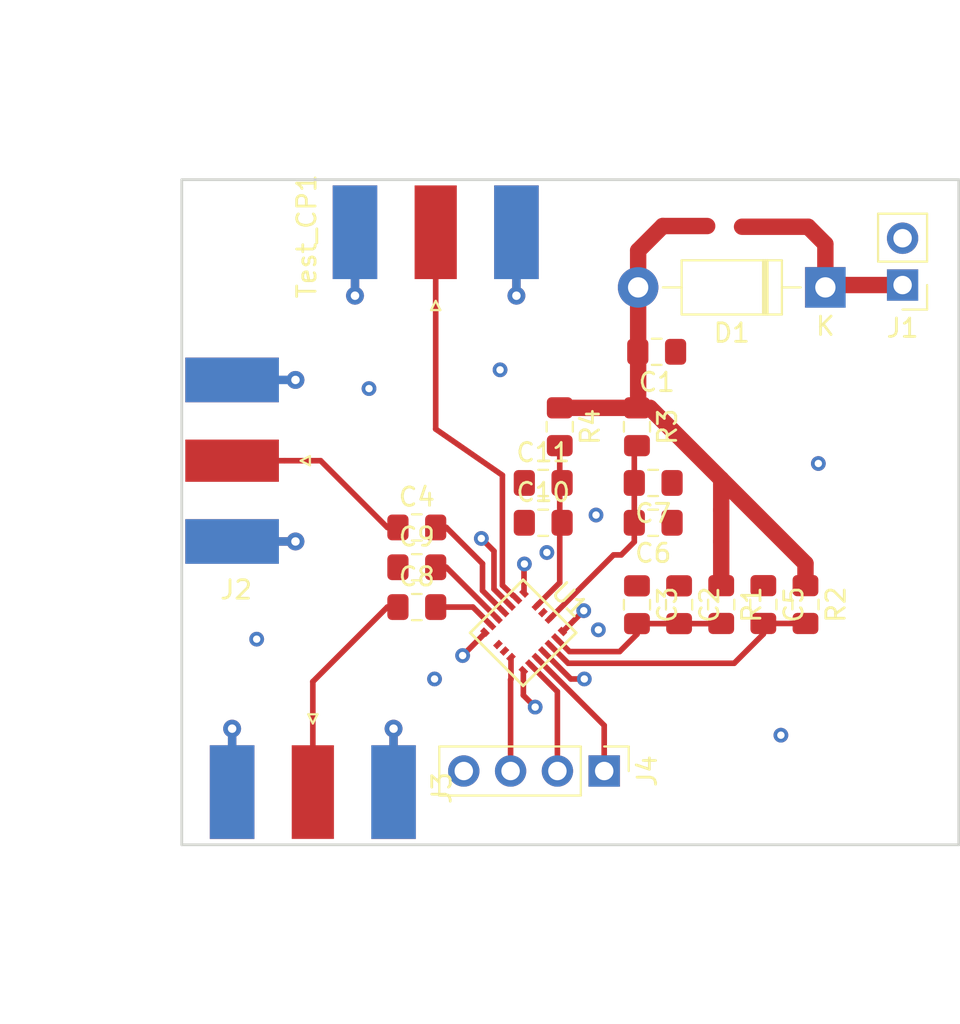
<source format=kicad_pcb>
(kicad_pcb (version 20171130) (host pcbnew "(5.1.5)-3")

  (general
    (thickness 1.6)
    (drawings 4)
    (tracks 98)
    (zones 0)
    (modules 22)
    (nets 24)
  )

  (page A4)
  (layers
    (0 F.Cu signal)
    (31 B.Cu signal)
    (32 B.Adhes user)
    (33 F.Adhes user)
    (34 B.Paste user)
    (35 F.Paste user)
    (36 B.SilkS user hide)
    (37 F.SilkS user)
    (38 B.Mask user)
    (39 F.Mask user hide)
    (40 Dwgs.User user)
    (41 Cmts.User user)
    (42 Eco1.User user)
    (43 Eco2.User user)
    (44 Edge.Cuts user)
    (45 Margin user)
    (46 B.CrtYd user)
    (47 F.CrtYd user)
    (48 B.Fab user)
    (49 F.Fab user)
  )

  (setup
    (last_trace_width 0.3048)
    (trace_clearance 0.1524)
    (zone_clearance 0.508)
    (zone_45_only no)
    (trace_min 0.2)
    (via_size 0.8)
    (via_drill 0.4)
    (via_min_size 0.4)
    (via_min_drill 0.3)
    (uvia_size 0.3)
    (uvia_drill 0.1)
    (uvias_allowed no)
    (uvia_min_size 0.2)
    (uvia_min_drill 0.1)
    (edge_width 0.15)
    (segment_width 0.2)
    (pcb_text_width 0.3)
    (pcb_text_size 1.5 1.5)
    (mod_edge_width 0.15)
    (mod_text_size 1 1)
    (mod_text_width 0.15)
    (pad_size 5.08 2.29)
    (pad_drill 0)
    (pad_to_mask_clearance 0.051)
    (solder_mask_min_width 0.25)
    (aux_axis_origin 0 0)
    (visible_elements 7FFDF7FF)
    (pcbplotparams
      (layerselection 0x01000_ffffffff)
      (usegerberextensions false)
      (usegerberattributes false)
      (usegerberadvancedattributes false)
      (creategerberjobfile false)
      (excludeedgelayer true)
      (linewidth 0.100000)
      (plotframeref false)
      (viasonmask false)
      (mode 1)
      (useauxorigin false)
      (hpglpennumber 1)
      (hpglpenspeed 20)
      (hpglpendiameter 15.000000)
      (psnegative false)
      (psa4output false)
      (plotreference true)
      (plotvalue true)
      (plotinvisibletext false)
      (padsonsilk false)
      (subtractmaskfromsilk false)
      (outputformat 1)
      (mirror false)
      (drillshape 0)
      (scaleselection 1)
      (outputdirectory "M60 Files/rev2/"))
  )

  (net 0 "")
  (net 1 GND)
  (net 2 "Net-(C8-Pad1)")
  (net 3 "Net-(C9-Pad2)")
  (net 4 "Net-(D1-Pad1)")
  (net 5 CPo)
  (net 6 /PD/PLL+Power)
  (net 7 /PD/V_uC)
  (net 8 /PD/F_IN)
  (net 9 /PD/CE)
  (net 10 /PD/Vcc)
  (net 11 /PD/OSC_IN)
  (net 12 /PD/Vp)
  (net 13 /PD/FL)
  (net 14 /PD/FoLD)
  (net 15 /PD/LE)
  (net 16 /PD/Data)
  (net 17 /PD/Clock)
  (net 18 /PD/OSC_OUT)
  (net 19 "Net-(U1-Pad1)")
  (net 20 "Net-(U1-Pad7)")
  (net 21 "Net-(U1-Pad17)")
  (net 22 "Net-(U1-Pad11)")
  (net 23 VCO_OUT)

  (net_class Default "This is the default net class."
    (clearance 0.1524)
    (trace_width 0.3048)
    (via_dia 0.8)
    (via_drill 0.4)
    (uvia_dia 0.3)
    (uvia_drill 0.1)
    (add_net /PD/CE)
    (add_net /PD/Clock)
    (add_net /PD/Data)
    (add_net /PD/FL)
    (add_net /PD/F_IN)
    (add_net /PD/FoLD)
    (add_net /PD/LE)
    (add_net /PD/OSC_IN)
    (add_net /PD/OSC_OUT)
    (add_net /PD/PLL+Power)
    (add_net /PD/V_uC)
    (add_net /PD/Vcc)
    (add_net /PD/Vp)
    (add_net CPo)
    (add_net GND)
    (add_net "Net-(C8-Pad1)")
    (add_net "Net-(C9-Pad2)")
    (add_net "Net-(D1-Pad1)")
    (add_net "Net-(U1-Pad1)")
    (add_net "Net-(U1-Pad11)")
    (add_net "Net-(U1-Pad17)")
    (add_net "Net-(U1-Pad7)")
    (add_net VCO_OUT)
  )

  (module Connector_Coaxial:SMA_Molex_73251-1153_EdgeMount_Horizontal (layer F.Cu) (tedit 5A1B666F) (tstamp 5E611054)
    (at 73.5965 54.0766 270)
    (descr "Molex SMA RF Connectors, Edge Mount, (http://www.molex.com/pdm_docs/sd/732511150_sd.pdf)")
    (tags "sma edge")
    (path /5E605CA1/5E6DF3D6)
    (attr smd)
    (fp_text reference Test_CP1 (at -1.5 7 90) (layer F.SilkS)
      (effects (font (size 1 1) (thickness 0.15)))
    )
    (fp_text value Conn_Coaxial (at -1.72 -7.11 90) (layer F.Fab)
      (effects (font (size 1 1) (thickness 0.15)))
    )
    (fp_line (start -5.91 4.76) (end 0.49 4.76) (layer F.Fab) (width 0.1))
    (fp_line (start -5.91 -4.76) (end -5.91 4.76) (layer F.Fab) (width 0.1))
    (fp_line (start 0.49 -4.76) (end -5.91 -4.76) (layer F.Fab) (width 0.1))
    (fp_line (start -4.76 -3.75) (end -4.76 3.75) (layer F.Fab) (width 0.1))
    (fp_line (start -13.79 2.65) (end -5.91 2.65) (layer F.Fab) (width 0.1))
    (fp_line (start -13.79 -2.65) (end -13.79 2.65) (layer F.Fab) (width 0.1))
    (fp_line (start -13.79 -2.65) (end -5.91 -2.65) (layer F.Fab) (width 0.1))
    (fp_line (start -4.76 3.75) (end 0.49 3.75) (layer F.Fab) (width 0.1))
    (fp_line (start -4.76 -3.75) (end 0.49 -3.75) (layer F.Fab) (width 0.1))
    (fp_line (start 2.71 -6.09) (end -14.29 -6.09) (layer F.CrtYd) (width 0.05))
    (fp_line (start 2.71 -6.09) (end 2.71 6.09) (layer F.CrtYd) (width 0.05))
    (fp_line (start -14.29 6.09) (end 2.71 6.09) (layer B.CrtYd) (width 0.05))
    (fp_line (start -14.29 -6.09) (end -14.29 6.09) (layer B.CrtYd) (width 0.05))
    (fp_line (start -14.29 -6.09) (end 2.71 -6.09) (layer B.CrtYd) (width 0.05))
    (fp_line (start 2.71 -6.09) (end 2.71 6.09) (layer B.CrtYd) (width 0.05))
    (fp_line (start -14.29 6.09) (end 2.71 6.09) (layer F.CrtYd) (width 0.05))
    (fp_line (start -14.29 -6.09) (end -14.29 6.09) (layer F.CrtYd) (width 0.05))
    (fp_line (start 0.49 -4.76) (end 0.49 -3.75) (layer F.Fab) (width 0.1))
    (fp_line (start 0.49 3.75) (end 0.49 4.76) (layer F.Fab) (width 0.1))
    (fp_line (start 0.49 -0.38) (end 0.49 0.38) (layer F.Fab) (width 0.1))
    (fp_line (start -4.76 0.38) (end 0.49 0.38) (layer F.Fab) (width 0.1))
    (fp_line (start -4.76 -0.38) (end 0.49 -0.38) (layer F.Fab) (width 0.1))
    (fp_line (start 2 0) (end 2.5 -0.25) (layer F.SilkS) (width 0.12))
    (fp_line (start 2.5 -0.25) (end 2.5 0.25) (layer F.SilkS) (width 0.12))
    (fp_line (start 2.5 0.25) (end 2 0) (layer F.SilkS) (width 0.12))
    (fp_line (start 2.5 -0.25) (end 2 0) (layer F.Fab) (width 0.1))
    (fp_line (start 2 0) (end 2.5 0.25) (layer F.Fab) (width 0.1))
    (fp_line (start 2.5 0.25) (end 2.5 -0.25) (layer F.Fab) (width 0.1))
    (fp_text user %R (at -1.5 7 90) (layer F.Fab)
      (effects (font (size 1 1) (thickness 0.15)))
    )
    (pad 2 smd rect (at 1.27 4.38 270) (size 0.95 0.46) (layers B.Cu)
      (net 1 GND))
    (pad 2 smd rect (at 1.27 -4.38 270) (size 0.95 0.46) (layers B.Cu)
      (net 1 GND))
    (pad 2 smd rect (at 1.27 4.38 270) (size 0.95 0.46) (layers F.Cu)
      (net 1 GND))
    (pad 2 smd rect (at 1.27 -4.38 270) (size 0.95 0.46) (layers F.Cu)
      (net 1 GND))
    (pad 2 thru_hole circle (at 1.72 4.38 270) (size 0.97 0.97) (drill 0.46) (layers *.Cu)
      (net 1 GND))
    (pad 2 thru_hole circle (at 1.72 -4.38 270) (size 0.97 0.97) (drill 0.46) (layers *.Cu)
      (net 1 GND))
    (pad 2 smd rect (at -1.72 4.38 270) (size 5.08 2.42) (layers B.Cu B.Paste B.Mask)
      (net 1 GND))
    (pad 2 smd rect (at -1.72 -4.38 270) (size 5.08 2.42) (layers B.Cu B.Paste B.Mask)
      (net 1 GND))
    (pad 2 smd rect (at -1.72 4.38 270) (size 5.08 2.42) (layers F.Cu F.Paste F.Mask)
      (net 1 GND))
    (pad 2 smd rect (at -1.72 -4.38 270) (size 5.08 2.42) (layers F.Cu F.Paste F.Mask)
      (net 1 GND))
    (pad 1 smd rect (at -1.72 0 270) (size 5.08 2.29) (layers F.Cu F.Paste F.Mask)
      (net 5 CPo))
    (model ${KISYS3DMOD}/Connector_Coaxial.3dshapes/SMA_Molex_73251-1153_EdgeMount_Horizontal.wrl
      (at (xyz 0 0 0))
      (scale (xyz 1 1 1))
      (rotate (xyz 0 0 0))
    )
  )

  (module Resistor_SMD:R_0805_2012Metric_Pad1.15x1.40mm_HandSolder (layer F.Cu) (tedit 5B36C52B) (tstamp 5E610F3A)
    (at 84.5185 62.9031 270)
    (descr "Resistor SMD 0805 (2012 Metric), square (rectangular) end terminal, IPC_7351 nominal with elongated pad for handsoldering. (Body size source: https://docs.google.com/spreadsheets/d/1BsfQQcO9C6DZCsRaXUlFlo91Tg2WpOkGARC1WS5S8t0/edit?usp=sharing), generated with kicad-footprint-generator")
    (tags "resistor handsolder")
    (path /5E605CA1/5E6DF406)
    (attr smd)
    (fp_text reference R3 (at 0 -1.65 90) (layer F.SilkS)
      (effects (font (size 1 1) (thickness 0.15)))
    )
    (fp_text value 18 (at 0 1.65 90) (layer F.Fab)
      (effects (font (size 1 1) (thickness 0.15)))
    )
    (fp_text user %R (at 0 0 90) (layer F.Fab)
      (effects (font (size 0.5 0.5) (thickness 0.08)))
    )
    (fp_line (start 1.85 0.95) (end -1.85 0.95) (layer F.CrtYd) (width 0.05))
    (fp_line (start 1.85 -0.95) (end 1.85 0.95) (layer F.CrtYd) (width 0.05))
    (fp_line (start -1.85 -0.95) (end 1.85 -0.95) (layer F.CrtYd) (width 0.05))
    (fp_line (start -1.85 0.95) (end -1.85 -0.95) (layer F.CrtYd) (width 0.05))
    (fp_line (start -0.261252 0.71) (end 0.261252 0.71) (layer F.SilkS) (width 0.12))
    (fp_line (start -0.261252 -0.71) (end 0.261252 -0.71) (layer F.SilkS) (width 0.12))
    (fp_line (start 1 0.6) (end -1 0.6) (layer F.Fab) (width 0.1))
    (fp_line (start 1 -0.6) (end 1 0.6) (layer F.Fab) (width 0.1))
    (fp_line (start -1 -0.6) (end 1 -0.6) (layer F.Fab) (width 0.1))
    (fp_line (start -1 0.6) (end -1 -0.6) (layer F.Fab) (width 0.1))
    (pad 2 smd roundrect (at 1.025 0 270) (size 1.15 1.4) (layers F.Cu F.Paste F.Mask) (roundrect_rratio 0.217391)
      (net 10 /PD/Vcc))
    (pad 1 smd roundrect (at -1.025 0 270) (size 1.15 1.4) (layers F.Cu F.Paste F.Mask) (roundrect_rratio 0.217391)
      (net 6 /PD/PLL+Power))
    (model ${KISYS3DMOD}/Resistor_SMD.3dshapes/R_0805_2012Metric.wrl
      (at (xyz 0 0 0))
      (scale (xyz 1 1 1))
      (rotate (xyz 0 0 0))
    )
  )

  (module Capacitor_SMD:C_0805_2012Metric_Pad1.15x1.40mm_HandSolder (layer F.Cu) (tedit 5B36C52B) (tstamp 5E684700)
    (at 85.589 58.8391 180)
    (descr "Capacitor SMD 0805 (2012 Metric), square (rectangular) end terminal, IPC_7351 nominal with elongated pad for handsoldering. (Body size source: https://docs.google.com/spreadsheets/d/1BsfQQcO9C6DZCsRaXUlFlo91Tg2WpOkGARC1WS5S8t0/edit?usp=sharing), generated with kicad-footprint-generator")
    (tags "capacitor handsolder")
    (path /5E605CA1/5E6DF2D3)
    (attr smd)
    (fp_text reference C1 (at 0 -1.65) (layer F.SilkS)
      (effects (font (size 1 1) (thickness 0.15)))
    )
    (fp_text value C (at 0 1.65) (layer F.Fab)
      (effects (font (size 1 1) (thickness 0.15)))
    )
    (fp_text user %R (at 0 0) (layer F.Fab)
      (effects (font (size 0.5 0.5) (thickness 0.08)))
    )
    (fp_line (start 1.85 0.95) (end -1.85 0.95) (layer F.CrtYd) (width 0.05))
    (fp_line (start 1.85 -0.95) (end 1.85 0.95) (layer F.CrtYd) (width 0.05))
    (fp_line (start -1.85 -0.95) (end 1.85 -0.95) (layer F.CrtYd) (width 0.05))
    (fp_line (start -1.85 0.95) (end -1.85 -0.95) (layer F.CrtYd) (width 0.05))
    (fp_line (start -0.261252 0.71) (end 0.261252 0.71) (layer F.SilkS) (width 0.12))
    (fp_line (start -0.261252 -0.71) (end 0.261252 -0.71) (layer F.SilkS) (width 0.12))
    (fp_line (start 1 0.6) (end -1 0.6) (layer F.Fab) (width 0.1))
    (fp_line (start 1 -0.6) (end 1 0.6) (layer F.Fab) (width 0.1))
    (fp_line (start -1 -0.6) (end 1 -0.6) (layer F.Fab) (width 0.1))
    (fp_line (start -1 0.6) (end -1 -0.6) (layer F.Fab) (width 0.1))
    (pad 2 smd roundrect (at 1.025 0 180) (size 1.15 1.4) (layers F.Cu F.Paste F.Mask) (roundrect_rratio 0.217391)
      (net 6 /PD/PLL+Power))
    (pad 1 smd roundrect (at -1.025 0 180) (size 1.15 1.4) (layers F.Cu F.Paste F.Mask) (roundrect_rratio 0.217391)
      (net 1 GND))
    (model ${KISYS3DMOD}/Capacitor_SMD.3dshapes/C_0805_2012Metric.wrl
      (at (xyz 0 0 0))
      (scale (xyz 1 1 1))
      (rotate (xyz 0 0 0))
    )
  )

  (module Capacitor_SMD:C_0805_2012Metric_Pad1.15x1.40mm_HandSolder (layer F.Cu) (tedit 5B36C52B) (tstamp 5E610A2D)
    (at 86.8045 72.5551 270)
    (descr "Capacitor SMD 0805 (2012 Metric), square (rectangular) end terminal, IPC_7351 nominal with elongated pad for handsoldering. (Body size source: https://docs.google.com/spreadsheets/d/1BsfQQcO9C6DZCsRaXUlFlo91Tg2WpOkGARC1WS5S8t0/edit?usp=sharing), generated with kicad-footprint-generator")
    (tags "capacitor handsolder")
    (path /5E605CA1/5E6DF329)
    (attr smd)
    (fp_text reference C2 (at 0 -1.65 90) (layer F.SilkS)
      (effects (font (size 1 1) (thickness 0.15)))
    )
    (fp_text value 100nF (at 0 1.65 90) (layer F.Fab)
      (effects (font (size 1 1) (thickness 0.15)))
    )
    (fp_line (start -1 0.6) (end -1 -0.6) (layer F.Fab) (width 0.1))
    (fp_line (start -1 -0.6) (end 1 -0.6) (layer F.Fab) (width 0.1))
    (fp_line (start 1 -0.6) (end 1 0.6) (layer F.Fab) (width 0.1))
    (fp_line (start 1 0.6) (end -1 0.6) (layer F.Fab) (width 0.1))
    (fp_line (start -0.261252 -0.71) (end 0.261252 -0.71) (layer F.SilkS) (width 0.12))
    (fp_line (start -0.261252 0.71) (end 0.261252 0.71) (layer F.SilkS) (width 0.12))
    (fp_line (start -1.85 0.95) (end -1.85 -0.95) (layer F.CrtYd) (width 0.05))
    (fp_line (start -1.85 -0.95) (end 1.85 -0.95) (layer F.CrtYd) (width 0.05))
    (fp_line (start 1.85 -0.95) (end 1.85 0.95) (layer F.CrtYd) (width 0.05))
    (fp_line (start 1.85 0.95) (end -1.85 0.95) (layer F.CrtYd) (width 0.05))
    (fp_text user %R (at 0 0 90) (layer F.Fab)
      (effects (font (size 0.5 0.5) (thickness 0.08)))
    )
    (pad 1 smd roundrect (at -1.025 0 270) (size 1.15 1.4) (layers F.Cu F.Paste F.Mask) (roundrect_rratio 0.217391)
      (net 1 GND))
    (pad 2 smd roundrect (at 1.025 0 270) (size 1.15 1.4) (layers F.Cu F.Paste F.Mask) (roundrect_rratio 0.217391)
      (net 7 /PD/V_uC))
    (model ${KISYS3DMOD}/Capacitor_SMD.3dshapes/C_0805_2012Metric.wrl
      (at (xyz 0 0 0))
      (scale (xyz 1 1 1))
      (rotate (xyz 0 0 0))
    )
  )

  (module Capacitor_SMD:C_0805_2012Metric_Pad1.15x1.40mm_HandSolder (layer F.Cu) (tedit 5B36C52B) (tstamp 5E617A49)
    (at 84.5185 72.5551 270)
    (descr "Capacitor SMD 0805 (2012 Metric), square (rectangular) end terminal, IPC_7351 nominal with elongated pad for handsoldering. (Body size source: https://docs.google.com/spreadsheets/d/1BsfQQcO9C6DZCsRaXUlFlo91Tg2WpOkGARC1WS5S8t0/edit?usp=sharing), generated with kicad-footprint-generator")
    (tags "capacitor handsolder")
    (path /5E605CA1/5E6DF323)
    (attr smd)
    (fp_text reference C3 (at 0 -1.65 90) (layer F.SilkS)
      (effects (font (size 1 1) (thickness 0.15)))
    )
    (fp_text value 100pF (at 0 1.65 90) (layer F.Fab)
      (effects (font (size 1 1) (thickness 0.15)))
    )
    (fp_text user %R (at 0 0 90) (layer F.Fab)
      (effects (font (size 0.5 0.5) (thickness 0.08)))
    )
    (fp_line (start 1.85 0.95) (end -1.85 0.95) (layer F.CrtYd) (width 0.05))
    (fp_line (start 1.85 -0.95) (end 1.85 0.95) (layer F.CrtYd) (width 0.05))
    (fp_line (start -1.85 -0.95) (end 1.85 -0.95) (layer F.CrtYd) (width 0.05))
    (fp_line (start -1.85 0.95) (end -1.85 -0.95) (layer F.CrtYd) (width 0.05))
    (fp_line (start -0.261252 0.71) (end 0.261252 0.71) (layer F.SilkS) (width 0.12))
    (fp_line (start -0.261252 -0.71) (end 0.261252 -0.71) (layer F.SilkS) (width 0.12))
    (fp_line (start 1 0.6) (end -1 0.6) (layer F.Fab) (width 0.1))
    (fp_line (start 1 -0.6) (end 1 0.6) (layer F.Fab) (width 0.1))
    (fp_line (start -1 -0.6) (end 1 -0.6) (layer F.Fab) (width 0.1))
    (fp_line (start -1 0.6) (end -1 -0.6) (layer F.Fab) (width 0.1))
    (pad 2 smd roundrect (at 1.025 0 270) (size 1.15 1.4) (layers F.Cu F.Paste F.Mask) (roundrect_rratio 0.217391)
      (net 7 /PD/V_uC))
    (pad 1 smd roundrect (at -1.025 0 270) (size 1.15 1.4) (layers F.Cu F.Paste F.Mask) (roundrect_rratio 0.217391)
      (net 1 GND))
    (model ${KISYS3DMOD}/Capacitor_SMD.3dshapes/C_0805_2012Metric.wrl
      (at (xyz 0 0 0))
      (scale (xyz 1 1 1))
      (rotate (xyz 0 0 0))
    )
  )

  (module Capacitor_SMD:C_0805_2012Metric_Pad1.15x1.40mm_HandSolder (layer F.Cu) (tedit 5B36C52B) (tstamp 5E610A4F)
    (at 72.5715 68.3641)
    (descr "Capacitor SMD 0805 (2012 Metric), square (rectangular) end terminal, IPC_7351 nominal with elongated pad for handsoldering. (Body size source: https://docs.google.com/spreadsheets/d/1BsfQQcO9C6DZCsRaXUlFlo91Tg2WpOkGARC1WS5S8t0/edit?usp=sharing), generated with kicad-footprint-generator")
    (tags "capacitor handsolder")
    (path /5E605CA1/5E6DF31A)
    (attr smd)
    (fp_text reference C4 (at 0 -1.65) (layer F.SilkS)
      (effects (font (size 1 1) (thickness 0.15)))
    )
    (fp_text value 1000pF (at 0 1.65) (layer F.Fab)
      (effects (font (size 1 1) (thickness 0.15)))
    )
    (fp_line (start -1 0.6) (end -1 -0.6) (layer F.Fab) (width 0.1))
    (fp_line (start -1 -0.6) (end 1 -0.6) (layer F.Fab) (width 0.1))
    (fp_line (start 1 -0.6) (end 1 0.6) (layer F.Fab) (width 0.1))
    (fp_line (start 1 0.6) (end -1 0.6) (layer F.Fab) (width 0.1))
    (fp_line (start -0.261252 -0.71) (end 0.261252 -0.71) (layer F.SilkS) (width 0.12))
    (fp_line (start -0.261252 0.71) (end 0.261252 0.71) (layer F.SilkS) (width 0.12))
    (fp_line (start -1.85 0.95) (end -1.85 -0.95) (layer F.CrtYd) (width 0.05))
    (fp_line (start -1.85 -0.95) (end 1.85 -0.95) (layer F.CrtYd) (width 0.05))
    (fp_line (start 1.85 -0.95) (end 1.85 0.95) (layer F.CrtYd) (width 0.05))
    (fp_line (start 1.85 0.95) (end -1.85 0.95) (layer F.CrtYd) (width 0.05))
    (fp_text user %R (at 0 0) (layer F.Fab)
      (effects (font (size 0.5 0.5) (thickness 0.08)))
    )
    (pad 1 smd roundrect (at -1.025 0) (size 1.15 1.4) (layers F.Cu F.Paste F.Mask) (roundrect_rratio 0.217391)
      (net 23 VCO_OUT))
    (pad 2 smd roundrect (at 1.025 0) (size 1.15 1.4) (layers F.Cu F.Paste F.Mask) (roundrect_rratio 0.217391)
      (net 8 /PD/F_IN))
    (model ${KISYS3DMOD}/Capacitor_SMD.3dshapes/C_0805_2012Metric.wrl
      (at (xyz 0 0 0))
      (scale (xyz 1 1 1))
      (rotate (xyz 0 0 0))
    )
  )

  (module Capacitor_SMD:C_0805_2012Metric_Pad1.15x1.40mm_HandSolder (layer F.Cu) (tedit 5B36C52B) (tstamp 5E610A60)
    (at 91.3765 72.5461 270)
    (descr "Capacitor SMD 0805 (2012 Metric), square (rectangular) end terminal, IPC_7351 nominal with elongated pad for handsoldering. (Body size source: https://docs.google.com/spreadsheets/d/1BsfQQcO9C6DZCsRaXUlFlo91Tg2WpOkGARC1WS5S8t0/edit?usp=sharing), generated with kicad-footprint-generator")
    (tags "capacitor handsolder")
    (path /5E605CA1/5E6DF343)
    (attr smd)
    (fp_text reference C5 (at 0 -1.65 90) (layer F.SilkS)
      (effects (font (size 1 1) (thickness 0.15)))
    )
    (fp_text value 100nF (at 0 1.65 90) (layer F.Fab)
      (effects (font (size 1 1) (thickness 0.15)))
    )
    (fp_text user %R (at 0 0 90) (layer F.Fab)
      (effects (font (size 0.5 0.5) (thickness 0.08)))
    )
    (fp_line (start 1.85 0.95) (end -1.85 0.95) (layer F.CrtYd) (width 0.05))
    (fp_line (start 1.85 -0.95) (end 1.85 0.95) (layer F.CrtYd) (width 0.05))
    (fp_line (start -1.85 -0.95) (end 1.85 -0.95) (layer F.CrtYd) (width 0.05))
    (fp_line (start -1.85 0.95) (end -1.85 -0.95) (layer F.CrtYd) (width 0.05))
    (fp_line (start -0.261252 0.71) (end 0.261252 0.71) (layer F.SilkS) (width 0.12))
    (fp_line (start -0.261252 -0.71) (end 0.261252 -0.71) (layer F.SilkS) (width 0.12))
    (fp_line (start 1 0.6) (end -1 0.6) (layer F.Fab) (width 0.1))
    (fp_line (start 1 -0.6) (end 1 0.6) (layer F.Fab) (width 0.1))
    (fp_line (start -1 -0.6) (end 1 -0.6) (layer F.Fab) (width 0.1))
    (fp_line (start -1 0.6) (end -1 -0.6) (layer F.Fab) (width 0.1))
    (pad 2 smd roundrect (at 1.025 0 270) (size 1.15 1.4) (layers F.Cu F.Paste F.Mask) (roundrect_rratio 0.217391)
      (net 9 /PD/CE))
    (pad 1 smd roundrect (at -1.025 0 270) (size 1.15 1.4) (layers F.Cu F.Paste F.Mask) (roundrect_rratio 0.217391)
      (net 1 GND))
    (model ${KISYS3DMOD}/Capacitor_SMD.3dshapes/C_0805_2012Metric.wrl
      (at (xyz 0 0 0))
      (scale (xyz 1 1 1))
      (rotate (xyz 0 0 0))
    )
  )

  (module Capacitor_SMD:C_0805_2012Metric_Pad1.15x1.40mm_HandSolder (layer F.Cu) (tedit 5B36C52B) (tstamp 5E610A71)
    (at 85.3985 68.1101 180)
    (descr "Capacitor SMD 0805 (2012 Metric), square (rectangular) end terminal, IPC_7351 nominal with elongated pad for handsoldering. (Body size source: https://docs.google.com/spreadsheets/d/1BsfQQcO9C6DZCsRaXUlFlo91Tg2WpOkGARC1WS5S8t0/edit?usp=sharing), generated with kicad-footprint-generator")
    (tags "capacitor handsolder")
    (path /5E605CA1/5E6DF357)
    (attr smd)
    (fp_text reference C6 (at 0 -1.65) (layer F.SilkS)
      (effects (font (size 1 1) (thickness 0.15)))
    )
    (fp_text value 100nF (at 0 1.65) (layer F.Fab)
      (effects (font (size 1 1) (thickness 0.15)))
    )
    (fp_line (start -1 0.6) (end -1 -0.6) (layer F.Fab) (width 0.1))
    (fp_line (start -1 -0.6) (end 1 -0.6) (layer F.Fab) (width 0.1))
    (fp_line (start 1 -0.6) (end 1 0.6) (layer F.Fab) (width 0.1))
    (fp_line (start 1 0.6) (end -1 0.6) (layer F.Fab) (width 0.1))
    (fp_line (start -0.261252 -0.71) (end 0.261252 -0.71) (layer F.SilkS) (width 0.12))
    (fp_line (start -0.261252 0.71) (end 0.261252 0.71) (layer F.SilkS) (width 0.12))
    (fp_line (start -1.85 0.95) (end -1.85 -0.95) (layer F.CrtYd) (width 0.05))
    (fp_line (start -1.85 -0.95) (end 1.85 -0.95) (layer F.CrtYd) (width 0.05))
    (fp_line (start 1.85 -0.95) (end 1.85 0.95) (layer F.CrtYd) (width 0.05))
    (fp_line (start 1.85 0.95) (end -1.85 0.95) (layer F.CrtYd) (width 0.05))
    (fp_text user %R (at 0 0) (layer F.Fab)
      (effects (font (size 0.5 0.5) (thickness 0.08)))
    )
    (pad 1 smd roundrect (at -1.025 0 180) (size 1.15 1.4) (layers F.Cu F.Paste F.Mask) (roundrect_rratio 0.217391)
      (net 1 GND))
    (pad 2 smd roundrect (at 1.025 0 180) (size 1.15 1.4) (layers F.Cu F.Paste F.Mask) (roundrect_rratio 0.217391)
      (net 10 /PD/Vcc))
    (model ${KISYS3DMOD}/Capacitor_SMD.3dshapes/C_0805_2012Metric.wrl
      (at (xyz 0 0 0))
      (scale (xyz 1 1 1))
      (rotate (xyz 0 0 0))
    )
  )

  (module Capacitor_SMD:C_0805_2012Metric_Pad1.15x1.40mm_HandSolder (layer F.Cu) (tedit 5B36C52B) (tstamp 5E610A82)
    (at 85.3985 65.9511 180)
    (descr "Capacitor SMD 0805 (2012 Metric), square (rectangular) end terminal, IPC_7351 nominal with elongated pad for handsoldering. (Body size source: https://docs.google.com/spreadsheets/d/1BsfQQcO9C6DZCsRaXUlFlo91Tg2WpOkGARC1WS5S8t0/edit?usp=sharing), generated with kicad-footprint-generator")
    (tags "capacitor handsolder")
    (path /5E605CA1/5E6DF35D)
    (attr smd)
    (fp_text reference C7 (at 0 -1.65) (layer F.SilkS)
      (effects (font (size 1 1) (thickness 0.15)))
    )
    (fp_text value 100pF (at 0 1.65) (layer F.Fab)
      (effects (font (size 1 1) (thickness 0.15)))
    )
    (fp_text user %R (at 0 0) (layer F.Fab)
      (effects (font (size 0.5 0.5) (thickness 0.08)))
    )
    (fp_line (start 1.85 0.95) (end -1.85 0.95) (layer F.CrtYd) (width 0.05))
    (fp_line (start 1.85 -0.95) (end 1.85 0.95) (layer F.CrtYd) (width 0.05))
    (fp_line (start -1.85 -0.95) (end 1.85 -0.95) (layer F.CrtYd) (width 0.05))
    (fp_line (start -1.85 0.95) (end -1.85 -0.95) (layer F.CrtYd) (width 0.05))
    (fp_line (start -0.261252 0.71) (end 0.261252 0.71) (layer F.SilkS) (width 0.12))
    (fp_line (start -0.261252 -0.71) (end 0.261252 -0.71) (layer F.SilkS) (width 0.12))
    (fp_line (start 1 0.6) (end -1 0.6) (layer F.Fab) (width 0.1))
    (fp_line (start 1 -0.6) (end 1 0.6) (layer F.Fab) (width 0.1))
    (fp_line (start -1 -0.6) (end 1 -0.6) (layer F.Fab) (width 0.1))
    (fp_line (start -1 0.6) (end -1 -0.6) (layer F.Fab) (width 0.1))
    (pad 2 smd roundrect (at 1.025 0 180) (size 1.15 1.4) (layers F.Cu F.Paste F.Mask) (roundrect_rratio 0.217391)
      (net 10 /PD/Vcc))
    (pad 1 smd roundrect (at -1.025 0 180) (size 1.15 1.4) (layers F.Cu F.Paste F.Mask) (roundrect_rratio 0.217391)
      (net 1 GND))
    (model ${KISYS3DMOD}/Capacitor_SMD.3dshapes/C_0805_2012Metric.wrl
      (at (xyz 0 0 0))
      (scale (xyz 1 1 1))
      (rotate (xyz 0 0 0))
    )
  )

  (module Capacitor_SMD:C_0805_2012Metric_Pad1.15x1.40mm_HandSolder (layer F.Cu) (tedit 5B36C52B) (tstamp 5E610A93)
    (at 72.5715 72.6821)
    (descr "Capacitor SMD 0805 (2012 Metric), square (rectangular) end terminal, IPC_7351 nominal with elongated pad for handsoldering. (Body size source: https://docs.google.com/spreadsheets/d/1BsfQQcO9C6DZCsRaXUlFlo91Tg2WpOkGARC1WS5S8t0/edit?usp=sharing), generated with kicad-footprint-generator")
    (tags "capacitor handsolder")
    (path /5E605CA1/5E6DF313)
    (attr smd)
    (fp_text reference C8 (at 0 -1.65) (layer F.SilkS)
      (effects (font (size 1 1) (thickness 0.15)))
    )
    (fp_text value 1000pF (at 0 1.65) (layer F.Fab)
      (effects (font (size 1 1) (thickness 0.15)))
    )
    (fp_line (start -1 0.6) (end -1 -0.6) (layer F.Fab) (width 0.1))
    (fp_line (start -1 -0.6) (end 1 -0.6) (layer F.Fab) (width 0.1))
    (fp_line (start 1 -0.6) (end 1 0.6) (layer F.Fab) (width 0.1))
    (fp_line (start 1 0.6) (end -1 0.6) (layer F.Fab) (width 0.1))
    (fp_line (start -0.261252 -0.71) (end 0.261252 -0.71) (layer F.SilkS) (width 0.12))
    (fp_line (start -0.261252 0.71) (end 0.261252 0.71) (layer F.SilkS) (width 0.12))
    (fp_line (start -1.85 0.95) (end -1.85 -0.95) (layer F.CrtYd) (width 0.05))
    (fp_line (start -1.85 -0.95) (end 1.85 -0.95) (layer F.CrtYd) (width 0.05))
    (fp_line (start 1.85 -0.95) (end 1.85 0.95) (layer F.CrtYd) (width 0.05))
    (fp_line (start 1.85 0.95) (end -1.85 0.95) (layer F.CrtYd) (width 0.05))
    (fp_text user %R (at 0 0) (layer F.Fab)
      (effects (font (size 0.5 0.5) (thickness 0.08)))
    )
    (pad 1 smd roundrect (at -1.025 0) (size 1.15 1.4) (layers F.Cu F.Paste F.Mask) (roundrect_rratio 0.217391)
      (net 2 "Net-(C8-Pad1)"))
    (pad 2 smd roundrect (at 1.025 0) (size 1.15 1.4) (layers F.Cu F.Paste F.Mask) (roundrect_rratio 0.217391)
      (net 11 /PD/OSC_IN))
    (model ${KISYS3DMOD}/Capacitor_SMD.3dshapes/C_0805_2012Metric.wrl
      (at (xyz 0 0 0))
      (scale (xyz 1 1 1))
      (rotate (xyz 0 0 0))
    )
  )

  (module Capacitor_SMD:C_0805_2012Metric_Pad1.15x1.40mm_HandSolder (layer F.Cu) (tedit 5B36C52B) (tstamp 5E610AA4)
    (at 72.5715 70.5231)
    (descr "Capacitor SMD 0805 (2012 Metric), square (rectangular) end terminal, IPC_7351 nominal with elongated pad for handsoldering. (Body size source: https://docs.google.com/spreadsheets/d/1BsfQQcO9C6DZCsRaXUlFlo91Tg2WpOkGARC1WS5S8t0/edit?usp=sharing), generated with kicad-footprint-generator")
    (tags "capacitor handsolder")
    (path /5E605CA1/5E6DF2B9)
    (attr smd)
    (fp_text reference C9 (at 0 -1.65) (layer F.SilkS)
      (effects (font (size 1 1) (thickness 0.15)))
    )
    (fp_text value 100nF (at 0 1.65) (layer F.Fab)
      (effects (font (size 1 1) (thickness 0.15)))
    )
    (fp_line (start -1 0.6) (end -1 -0.6) (layer F.Fab) (width 0.1))
    (fp_line (start -1 -0.6) (end 1 -0.6) (layer F.Fab) (width 0.1))
    (fp_line (start 1 -0.6) (end 1 0.6) (layer F.Fab) (width 0.1))
    (fp_line (start 1 0.6) (end -1 0.6) (layer F.Fab) (width 0.1))
    (fp_line (start -0.261252 -0.71) (end 0.261252 -0.71) (layer F.SilkS) (width 0.12))
    (fp_line (start -0.261252 0.71) (end 0.261252 0.71) (layer F.SilkS) (width 0.12))
    (fp_line (start -1.85 0.95) (end -1.85 -0.95) (layer F.CrtYd) (width 0.05))
    (fp_line (start -1.85 -0.95) (end 1.85 -0.95) (layer F.CrtYd) (width 0.05))
    (fp_line (start 1.85 -0.95) (end 1.85 0.95) (layer F.CrtYd) (width 0.05))
    (fp_line (start 1.85 0.95) (end -1.85 0.95) (layer F.CrtYd) (width 0.05))
    (fp_text user %R (at 0 0) (layer F.Fab)
      (effects (font (size 0.5 0.5) (thickness 0.08)))
    )
    (pad 1 smd roundrect (at -1.025 0) (size 1.15 1.4) (layers F.Cu F.Paste F.Mask) (roundrect_rratio 0.217391)
      (net 1 GND))
    (pad 2 smd roundrect (at 1.025 0) (size 1.15 1.4) (layers F.Cu F.Paste F.Mask) (roundrect_rratio 0.217391)
      (net 3 "Net-(C9-Pad2)"))
    (model ${KISYS3DMOD}/Capacitor_SMD.3dshapes/C_0805_2012Metric.wrl
      (at (xyz 0 0 0))
      (scale (xyz 1 1 1))
      (rotate (xyz 0 0 0))
    )
  )

  (module Capacitor_SMD:C_0805_2012Metric_Pad1.15x1.40mm_HandSolder (layer F.Cu) (tedit 5B36C52B) (tstamp 5E610AB5)
    (at 79.4295 68.1101)
    (descr "Capacitor SMD 0805 (2012 Metric), square (rectangular) end terminal, IPC_7351 nominal with elongated pad for handsoldering. (Body size source: https://docs.google.com/spreadsheets/d/1BsfQQcO9C6DZCsRaXUlFlo91Tg2WpOkGARC1WS5S8t0/edit?usp=sharing), generated with kicad-footprint-generator")
    (tags "capacitor handsolder")
    (path /5E605CA1/5E6DF37A)
    (attr smd)
    (fp_text reference C10 (at 0 -1.65) (layer F.SilkS)
      (effects (font (size 1 1) (thickness 0.15)))
    )
    (fp_text value 100nF (at 0 1.65) (layer F.Fab)
      (effects (font (size 1 1) (thickness 0.15)))
    )
    (fp_line (start -1 0.6) (end -1 -0.6) (layer F.Fab) (width 0.1))
    (fp_line (start -1 -0.6) (end 1 -0.6) (layer F.Fab) (width 0.1))
    (fp_line (start 1 -0.6) (end 1 0.6) (layer F.Fab) (width 0.1))
    (fp_line (start 1 0.6) (end -1 0.6) (layer F.Fab) (width 0.1))
    (fp_line (start -0.261252 -0.71) (end 0.261252 -0.71) (layer F.SilkS) (width 0.12))
    (fp_line (start -0.261252 0.71) (end 0.261252 0.71) (layer F.SilkS) (width 0.12))
    (fp_line (start -1.85 0.95) (end -1.85 -0.95) (layer F.CrtYd) (width 0.05))
    (fp_line (start -1.85 -0.95) (end 1.85 -0.95) (layer F.CrtYd) (width 0.05))
    (fp_line (start 1.85 -0.95) (end 1.85 0.95) (layer F.CrtYd) (width 0.05))
    (fp_line (start 1.85 0.95) (end -1.85 0.95) (layer F.CrtYd) (width 0.05))
    (fp_text user %R (at 0 0) (layer F.Fab)
      (effects (font (size 0.5 0.5) (thickness 0.08)))
    )
    (pad 1 smd roundrect (at -1.025 0) (size 1.15 1.4) (layers F.Cu F.Paste F.Mask) (roundrect_rratio 0.217391)
      (net 1 GND))
    (pad 2 smd roundrect (at 1.025 0) (size 1.15 1.4) (layers F.Cu F.Paste F.Mask) (roundrect_rratio 0.217391)
      (net 12 /PD/Vp))
    (model ${KISYS3DMOD}/Capacitor_SMD.3dshapes/C_0805_2012Metric.wrl
      (at (xyz 0 0 0))
      (scale (xyz 1 1 1))
      (rotate (xyz 0 0 0))
    )
  )

  (module Capacitor_SMD:C_0805_2012Metric_Pad1.15x1.40mm_HandSolder (layer F.Cu) (tedit 5B36C52B) (tstamp 5E610AC6)
    (at 79.4295 65.9511)
    (descr "Capacitor SMD 0805 (2012 Metric), square (rectangular) end terminal, IPC_7351 nominal with elongated pad for handsoldering. (Body size source: https://docs.google.com/spreadsheets/d/1BsfQQcO9C6DZCsRaXUlFlo91Tg2WpOkGARC1WS5S8t0/edit?usp=sharing), generated with kicad-footprint-generator")
    (tags "capacitor handsolder")
    (path /5E605CA1/5E6DF380)
    (attr smd)
    (fp_text reference C11 (at 0 -1.65) (layer F.SilkS)
      (effects (font (size 1 1) (thickness 0.15)))
    )
    (fp_text value 100pF (at 0 1.65) (layer F.Fab)
      (effects (font (size 1 1) (thickness 0.15)))
    )
    (fp_text user %R (at 0 0) (layer F.Fab)
      (effects (font (size 0.5 0.5) (thickness 0.08)))
    )
    (fp_line (start 1.85 0.95) (end -1.85 0.95) (layer F.CrtYd) (width 0.05))
    (fp_line (start 1.85 -0.95) (end 1.85 0.95) (layer F.CrtYd) (width 0.05))
    (fp_line (start -1.85 -0.95) (end 1.85 -0.95) (layer F.CrtYd) (width 0.05))
    (fp_line (start -1.85 0.95) (end -1.85 -0.95) (layer F.CrtYd) (width 0.05))
    (fp_line (start -0.261252 0.71) (end 0.261252 0.71) (layer F.SilkS) (width 0.12))
    (fp_line (start -0.261252 -0.71) (end 0.261252 -0.71) (layer F.SilkS) (width 0.12))
    (fp_line (start 1 0.6) (end -1 0.6) (layer F.Fab) (width 0.1))
    (fp_line (start 1 -0.6) (end 1 0.6) (layer F.Fab) (width 0.1))
    (fp_line (start -1 -0.6) (end 1 -0.6) (layer F.Fab) (width 0.1))
    (fp_line (start -1 0.6) (end -1 -0.6) (layer F.Fab) (width 0.1))
    (pad 2 smd roundrect (at 1.025 0) (size 1.15 1.4) (layers F.Cu F.Paste F.Mask) (roundrect_rratio 0.217391)
      (net 12 /PD/Vp))
    (pad 1 smd roundrect (at -1.025 0) (size 1.15 1.4) (layers F.Cu F.Paste F.Mask) (roundrect_rratio 0.217391)
      (net 1 GND))
    (model ${KISYS3DMOD}/Capacitor_SMD.3dshapes/C_0805_2012Metric.wrl
      (at (xyz 0 0 0))
      (scale (xyz 1 1 1))
      (rotate (xyz 0 0 0))
    )
  )

  (module Diode_THT:D_DO-41_SOD81_P10.16mm_Horizontal (layer F.Cu) (tedit 5AE50CD5) (tstamp 5E610BF9)
    (at 94.742 55.3466 180)
    (descr "Diode, DO-41_SOD81 series, Axial, Horizontal, pin pitch=10.16mm, , length*diameter=5.2*2.7mm^2, , http://www.diodes.com/_files/packages/DO-41%20(Plastic).pdf")
    (tags "Diode DO-41_SOD81 series Axial Horizontal pin pitch 10.16mm  length 5.2mm diameter 2.7mm")
    (path /5E605CA1/5E6DF3A9)
    (fp_text reference D1 (at 5.08 -2.47) (layer F.SilkS)
      (effects (font (size 1 1) (thickness 0.15)))
    )
    (fp_text value DIODE (at 5.08 2.47) (layer F.Fab)
      (effects (font (size 1 1) (thickness 0.15)))
    )
    (fp_line (start 2.48 -1.35) (end 2.48 1.35) (layer F.Fab) (width 0.1))
    (fp_line (start 2.48 1.35) (end 7.68 1.35) (layer F.Fab) (width 0.1))
    (fp_line (start 7.68 1.35) (end 7.68 -1.35) (layer F.Fab) (width 0.1))
    (fp_line (start 7.68 -1.35) (end 2.48 -1.35) (layer F.Fab) (width 0.1))
    (fp_line (start 0 0) (end 2.48 0) (layer F.Fab) (width 0.1))
    (fp_line (start 10.16 0) (end 7.68 0) (layer F.Fab) (width 0.1))
    (fp_line (start 3.26 -1.35) (end 3.26 1.35) (layer F.Fab) (width 0.1))
    (fp_line (start 3.36 -1.35) (end 3.36 1.35) (layer F.Fab) (width 0.1))
    (fp_line (start 3.16 -1.35) (end 3.16 1.35) (layer F.Fab) (width 0.1))
    (fp_line (start 2.36 -1.47) (end 2.36 1.47) (layer F.SilkS) (width 0.12))
    (fp_line (start 2.36 1.47) (end 7.8 1.47) (layer F.SilkS) (width 0.12))
    (fp_line (start 7.8 1.47) (end 7.8 -1.47) (layer F.SilkS) (width 0.12))
    (fp_line (start 7.8 -1.47) (end 2.36 -1.47) (layer F.SilkS) (width 0.12))
    (fp_line (start 1.34 0) (end 2.36 0) (layer F.SilkS) (width 0.12))
    (fp_line (start 8.82 0) (end 7.8 0) (layer F.SilkS) (width 0.12))
    (fp_line (start 3.26 -1.47) (end 3.26 1.47) (layer F.SilkS) (width 0.12))
    (fp_line (start 3.38 -1.47) (end 3.38 1.47) (layer F.SilkS) (width 0.12))
    (fp_line (start 3.14 -1.47) (end 3.14 1.47) (layer F.SilkS) (width 0.12))
    (fp_line (start -1.35 -1.6) (end -1.35 1.6) (layer F.CrtYd) (width 0.05))
    (fp_line (start -1.35 1.6) (end 11.51 1.6) (layer F.CrtYd) (width 0.05))
    (fp_line (start 11.51 1.6) (end 11.51 -1.6) (layer F.CrtYd) (width 0.05))
    (fp_line (start 11.51 -1.6) (end -1.35 -1.6) (layer F.CrtYd) (width 0.05))
    (fp_text user %R (at 5.47 0) (layer F.Fab)
      (effects (font (size 1 1) (thickness 0.15)))
    )
    (fp_text user K (at 0 -2.1) (layer F.Fab)
      (effects (font (size 1 1) (thickness 0.15)))
    )
    (fp_text user K (at 0 -2.1) (layer F.SilkS)
      (effects (font (size 1 1) (thickness 0.15)))
    )
    (pad 1 thru_hole rect (at 0 0 180) (size 2.2 2.2) (drill 1.1) (layers *.Cu *.Mask)
      (net 4 "Net-(D1-Pad1)"))
    (pad 2 thru_hole oval (at 10.16 0 180) (size 2.2 2.2) (drill 1.1) (layers *.Cu *.Mask)
      (net 6 /PD/PLL+Power))
    (model ${KISYS3DMOD}/Diode_THT.3dshapes/D_DO-41_SOD81_P10.16mm_Horizontal.wrl
      (at (xyz 0 0 0))
      (scale (xyz 1 1 1))
      (rotate (xyz 0 0 0))
    )
  )

  (module Connector_PinHeader_2.54mm:PinHeader_1x02_P2.54mm_Vertical (layer F.Cu) (tedit 59FED5CC) (tstamp 5E610CB6)
    (at 98.933 55.2196 180)
    (descr "Through hole straight pin header, 1x02, 2.54mm pitch, single row")
    (tags "Through hole pin header THT 1x02 2.54mm single row")
    (path /5E605CA1/5E6DF2C7)
    (fp_text reference J1 (at 0 -2.33) (layer F.SilkS)
      (effects (font (size 1 1) (thickness 0.15)))
    )
    (fp_text value Conn_01x02_Male (at 0 4.87) (layer F.Fab)
      (effects (font (size 1 1) (thickness 0.15)))
    )
    (fp_text user %R (at 0 1.27 90) (layer F.Fab)
      (effects (font (size 1 1) (thickness 0.15)))
    )
    (fp_line (start 1.8 -1.8) (end -1.8 -1.8) (layer F.CrtYd) (width 0.05))
    (fp_line (start 1.8 4.35) (end 1.8 -1.8) (layer F.CrtYd) (width 0.05))
    (fp_line (start -1.8 4.35) (end 1.8 4.35) (layer F.CrtYd) (width 0.05))
    (fp_line (start -1.8 -1.8) (end -1.8 4.35) (layer F.CrtYd) (width 0.05))
    (fp_line (start -1.33 -1.33) (end 0 -1.33) (layer F.SilkS) (width 0.12))
    (fp_line (start -1.33 0) (end -1.33 -1.33) (layer F.SilkS) (width 0.12))
    (fp_line (start -1.33 1.27) (end 1.33 1.27) (layer F.SilkS) (width 0.12))
    (fp_line (start 1.33 1.27) (end 1.33 3.87) (layer F.SilkS) (width 0.12))
    (fp_line (start -1.33 1.27) (end -1.33 3.87) (layer F.SilkS) (width 0.12))
    (fp_line (start -1.33 3.87) (end 1.33 3.87) (layer F.SilkS) (width 0.12))
    (fp_line (start -1.27 -0.635) (end -0.635 -1.27) (layer F.Fab) (width 0.1))
    (fp_line (start -1.27 3.81) (end -1.27 -0.635) (layer F.Fab) (width 0.1))
    (fp_line (start 1.27 3.81) (end -1.27 3.81) (layer F.Fab) (width 0.1))
    (fp_line (start 1.27 -1.27) (end 1.27 3.81) (layer F.Fab) (width 0.1))
    (fp_line (start -0.635 -1.27) (end 1.27 -1.27) (layer F.Fab) (width 0.1))
    (pad 2 thru_hole oval (at 0 2.54 180) (size 1.7 1.7) (drill 1) (layers *.Cu *.Mask)
      (net 1 GND))
    (pad 1 thru_hole rect (at 0 0 180) (size 1.7 1.7) (drill 1) (layers *.Cu *.Mask)
      (net 4 "Net-(D1-Pad1)"))
    (model ${KISYS3DMOD}/Connector_PinHeader_2.54mm.3dshapes/PinHeader_1x02_P2.54mm_Vertical.wrl
      (at (xyz 0 0 0))
      (scale (xyz 1 1 1))
      (rotate (xyz 0 0 0))
    )
  )

  (module Connector_Coaxial:SMA_Molex_73251-1153_EdgeMount_Horizontal (layer F.Cu) (tedit 5A1B666F) (tstamp 5E610CE2)
    (at 64.2675 64.7446)
    (descr "Molex SMA RF Connectors, Edge Mount, (http://www.molex.com/pdm_docs/sd/732511150_sd.pdf)")
    (tags "sma edge")
    (path /5E605CA1/5E6DF2AD)
    (attr smd)
    (fp_text reference J2 (at -1.5 7) (layer F.SilkS)
      (effects (font (size 1 1) (thickness 0.15)))
    )
    (fp_text value Conn_Coaxial (at -1.72 -7.11) (layer F.Fab)
      (effects (font (size 1 1) (thickness 0.15)))
    )
    (fp_text user %R (at -1.5 7) (layer F.Fab)
      (effects (font (size 1 1) (thickness 0.15)))
    )
    (fp_line (start 2.5 0.25) (end 2.5 -0.25) (layer F.Fab) (width 0.1))
    (fp_line (start 2 0) (end 2.5 0.25) (layer F.Fab) (width 0.1))
    (fp_line (start 2.5 -0.25) (end 2 0) (layer F.Fab) (width 0.1))
    (fp_line (start 2.5 0.25) (end 2 0) (layer F.SilkS) (width 0.12))
    (fp_line (start 2.5 -0.25) (end 2.5 0.25) (layer F.SilkS) (width 0.12))
    (fp_line (start 2 0) (end 2.5 -0.25) (layer F.SilkS) (width 0.12))
    (fp_line (start -4.76 -0.38) (end 0.49 -0.38) (layer F.Fab) (width 0.1))
    (fp_line (start -4.76 0.38) (end 0.49 0.38) (layer F.Fab) (width 0.1))
    (fp_line (start 0.49 -0.38) (end 0.49 0.38) (layer F.Fab) (width 0.1))
    (fp_line (start 0.49 3.75) (end 0.49 4.76) (layer F.Fab) (width 0.1))
    (fp_line (start 0.49 -4.76) (end 0.49 -3.75) (layer F.Fab) (width 0.1))
    (fp_line (start -14.29 -6.09) (end -14.29 6.09) (layer F.CrtYd) (width 0.05))
    (fp_line (start -14.29 6.09) (end 2.71 6.09) (layer F.CrtYd) (width 0.05))
    (fp_line (start 2.71 -6.09) (end 2.71 6.09) (layer B.CrtYd) (width 0.05))
    (fp_line (start -14.29 -6.09) (end 2.71 -6.09) (layer B.CrtYd) (width 0.05))
    (fp_line (start -14.29 -6.09) (end -14.29 6.09) (layer B.CrtYd) (width 0.05))
    (fp_line (start -14.29 6.09) (end 2.71 6.09) (layer B.CrtYd) (width 0.05))
    (fp_line (start 2.71 -6.09) (end 2.71 6.09) (layer F.CrtYd) (width 0.05))
    (fp_line (start 2.71 -6.09) (end -14.29 -6.09) (layer F.CrtYd) (width 0.05))
    (fp_line (start -4.76 -3.75) (end 0.49 -3.75) (layer F.Fab) (width 0.1))
    (fp_line (start -4.76 3.75) (end 0.49 3.75) (layer F.Fab) (width 0.1))
    (fp_line (start -13.79 -2.65) (end -5.91 -2.65) (layer F.Fab) (width 0.1))
    (fp_line (start -13.79 -2.65) (end -13.79 2.65) (layer F.Fab) (width 0.1))
    (fp_line (start -13.79 2.65) (end -5.91 2.65) (layer F.Fab) (width 0.1))
    (fp_line (start -4.76 -3.75) (end -4.76 3.75) (layer F.Fab) (width 0.1))
    (fp_line (start 0.49 -4.76) (end -5.91 -4.76) (layer F.Fab) (width 0.1))
    (fp_line (start -5.91 -4.76) (end -5.91 4.76) (layer F.Fab) (width 0.1))
    (fp_line (start -5.91 4.76) (end 0.49 4.76) (layer F.Fab) (width 0.1))
    (pad 1 smd rect (at -1.72 0) (size 5.08 2.29) (layers F.Cu F.Paste F.Mask)
      (net 23 VCO_OUT))
    (pad 2 smd rect (at -1.72 -4.38) (size 5.08 2.42) (layers F.Cu F.Paste F.Mask)
      (net 1 GND))
    (pad 2 smd rect (at -1.72 4.38) (size 5.08 2.42) (layers F.Cu F.Paste F.Mask)
      (net 1 GND))
    (pad 2 smd rect (at -1.72 -4.38) (size 5.08 2.42) (layers B.Cu B.Paste B.Mask)
      (net 1 GND))
    (pad 2 smd rect (at -1.72 4.38) (size 5.08 2.42) (layers B.Cu B.Paste B.Mask)
      (net 1 GND))
    (pad 2 thru_hole circle (at 1.72 -4.38) (size 0.97 0.97) (drill 0.46) (layers *.Cu)
      (net 1 GND))
    (pad 2 thru_hole circle (at 1.72 4.38) (size 0.97 0.97) (drill 0.46) (layers *.Cu)
      (net 1 GND))
    (pad 2 smd rect (at 1.27 -4.38) (size 0.95 0.46) (layers F.Cu)
      (net 1 GND))
    (pad 2 smd rect (at 1.27 4.38) (size 0.95 0.46) (layers F.Cu)
      (net 1 GND))
    (pad 2 smd rect (at 1.27 -4.38) (size 0.95 0.46) (layers B.Cu)
      (net 1 GND))
    (pad 2 smd rect (at 1.27 4.38) (size 0.95 0.46) (layers B.Cu)
      (net 1 GND))
    (model ${KISYS3DMOD}/Connector_Coaxial.3dshapes/SMA_Molex_73251-1153_EdgeMount_Horizontal.wrl
      (at (xyz 0 0 0))
      (scale (xyz 1 1 1))
      (rotate (xyz 0 0 0))
    )
  )

  (module Connector_Coaxial:SMA_Molex_73251-1153_EdgeMount_Horizontal (layer F.Cu) (tedit 5A1B666F) (tstamp 5E610D0E)
    (at 66.929 80.9951 90)
    (descr "Molex SMA RF Connectors, Edge Mount, (http://www.molex.com/pdm_docs/sd/732511150_sd.pdf)")
    (tags "sma edge")
    (path /5E605CA1/5E7229A8)
    (attr smd)
    (fp_text reference J3 (at -1.5 7 90) (layer F.SilkS)
      (effects (font (size 1 1) (thickness 0.15)))
    )
    (fp_text value Conn_Coaxial (at -1.72 -7.11 90) (layer F.Fab)
      (effects (font (size 1 1) (thickness 0.15)))
    )
    (fp_text user %R (at -1.5 7 90) (layer F.Fab)
      (effects (font (size 1 1) (thickness 0.15)))
    )
    (fp_line (start 2.5 0.25) (end 2.5 -0.25) (layer F.Fab) (width 0.1))
    (fp_line (start 2 0) (end 2.5 0.25) (layer F.Fab) (width 0.1))
    (fp_line (start 2.5 -0.25) (end 2 0) (layer F.Fab) (width 0.1))
    (fp_line (start 2.5 0.25) (end 2 0) (layer F.SilkS) (width 0.12))
    (fp_line (start 2.5 -0.25) (end 2.5 0.25) (layer F.SilkS) (width 0.12))
    (fp_line (start 2 0) (end 2.5 -0.25) (layer F.SilkS) (width 0.12))
    (fp_line (start -4.76 -0.38) (end 0.49 -0.38) (layer F.Fab) (width 0.1))
    (fp_line (start -4.76 0.38) (end 0.49 0.38) (layer F.Fab) (width 0.1))
    (fp_line (start 0.49 -0.38) (end 0.49 0.38) (layer F.Fab) (width 0.1))
    (fp_line (start 0.49 3.75) (end 0.49 4.76) (layer F.Fab) (width 0.1))
    (fp_line (start 0.49 -4.76) (end 0.49 -3.75) (layer F.Fab) (width 0.1))
    (fp_line (start -14.29 -6.09) (end -14.29 6.09) (layer F.CrtYd) (width 0.05))
    (fp_line (start -14.29 6.09) (end 2.71 6.09) (layer F.CrtYd) (width 0.05))
    (fp_line (start 2.71 -6.09) (end 2.71 6.09) (layer B.CrtYd) (width 0.05))
    (fp_line (start -14.29 -6.09) (end 2.71 -6.09) (layer B.CrtYd) (width 0.05))
    (fp_line (start -14.29 -6.09) (end -14.29 6.09) (layer B.CrtYd) (width 0.05))
    (fp_line (start -14.29 6.09) (end 2.71 6.09) (layer B.CrtYd) (width 0.05))
    (fp_line (start 2.71 -6.09) (end 2.71 6.09) (layer F.CrtYd) (width 0.05))
    (fp_line (start 2.71 -6.09) (end -14.29 -6.09) (layer F.CrtYd) (width 0.05))
    (fp_line (start -4.76 -3.75) (end 0.49 -3.75) (layer F.Fab) (width 0.1))
    (fp_line (start -4.76 3.75) (end 0.49 3.75) (layer F.Fab) (width 0.1))
    (fp_line (start -13.79 -2.65) (end -5.91 -2.65) (layer F.Fab) (width 0.1))
    (fp_line (start -13.79 -2.65) (end -13.79 2.65) (layer F.Fab) (width 0.1))
    (fp_line (start -13.79 2.65) (end -5.91 2.65) (layer F.Fab) (width 0.1))
    (fp_line (start -4.76 -3.75) (end -4.76 3.75) (layer F.Fab) (width 0.1))
    (fp_line (start 0.49 -4.76) (end -5.91 -4.76) (layer F.Fab) (width 0.1))
    (fp_line (start -5.91 -4.76) (end -5.91 4.76) (layer F.Fab) (width 0.1))
    (fp_line (start -5.91 4.76) (end 0.49 4.76) (layer F.Fab) (width 0.1))
    (pad 1 smd rect (at -1.72 0 90) (size 5.08 2.29) (layers F.Cu F.Paste F.Mask)
      (net 2 "Net-(C8-Pad1)"))
    (pad 2 smd rect (at -1.72 -4.38 90) (size 5.08 2.42) (layers F.Cu F.Paste F.Mask)
      (net 1 GND))
    (pad 2 smd rect (at -1.72 4.38 90) (size 5.08 2.42) (layers F.Cu F.Paste F.Mask)
      (net 1 GND))
    (pad 2 smd rect (at -1.72 -4.38 90) (size 5.08 2.42) (layers B.Cu B.Paste B.Mask)
      (net 1 GND))
    (pad 2 smd rect (at -1.72 4.38 90) (size 5.08 2.42) (layers B.Cu B.Paste B.Mask)
      (net 1 GND))
    (pad 2 thru_hole circle (at 1.72 -4.38 90) (size 0.97 0.97) (drill 0.46) (layers *.Cu)
      (net 1 GND))
    (pad 2 thru_hole circle (at 1.72 4.38 90) (size 0.97 0.97) (drill 0.46) (layers *.Cu)
      (net 1 GND))
    (pad 2 smd rect (at 1.27 -4.38 90) (size 0.95 0.46) (layers F.Cu)
      (net 1 GND))
    (pad 2 smd rect (at 1.27 4.38 90) (size 0.95 0.46) (layers F.Cu)
      (net 1 GND))
    (pad 2 smd rect (at 1.27 -4.38 90) (size 0.95 0.46) (layers B.Cu)
      (net 1 GND))
    (pad 2 smd rect (at 1.27 4.38 90) (size 0.95 0.46) (layers B.Cu)
      (net 1 GND))
    (model ${KISYS3DMOD}/Connector_Coaxial.3dshapes/SMA_Molex_73251-1153_EdgeMount_Horizontal.wrl
      (at (xyz 0 0 0))
      (scale (xyz 1 1 1))
      (rotate (xyz 0 0 0))
    )
  )

  (module Connector_PinHeader_2.54mm:PinHeader_1x04_P2.54mm_Vertical (layer F.Cu) (tedit 59FED5CC) (tstamp 5E610D26)
    (at 82.7405 81.5721 270)
    (descr "Through hole straight pin header, 1x04, 2.54mm pitch, single row")
    (tags "Through hole pin header THT 1x04 2.54mm single row")
    (path /5E605CA1/5E6DF39D)
    (fp_text reference J4 (at 0 -2.33 90) (layer F.SilkS)
      (effects (font (size 1 1) (thickness 0.15)))
    )
    (fp_text value Conn_01x04_Male (at 0 9.95 90) (layer F.Fab)
      (effects (font (size 1 1) (thickness 0.15)))
    )
    (fp_line (start -0.635 -1.27) (end 1.27 -1.27) (layer F.Fab) (width 0.1))
    (fp_line (start 1.27 -1.27) (end 1.27 8.89) (layer F.Fab) (width 0.1))
    (fp_line (start 1.27 8.89) (end -1.27 8.89) (layer F.Fab) (width 0.1))
    (fp_line (start -1.27 8.89) (end -1.27 -0.635) (layer F.Fab) (width 0.1))
    (fp_line (start -1.27 -0.635) (end -0.635 -1.27) (layer F.Fab) (width 0.1))
    (fp_line (start -1.33 8.95) (end 1.33 8.95) (layer F.SilkS) (width 0.12))
    (fp_line (start -1.33 1.27) (end -1.33 8.95) (layer F.SilkS) (width 0.12))
    (fp_line (start 1.33 1.27) (end 1.33 8.95) (layer F.SilkS) (width 0.12))
    (fp_line (start -1.33 1.27) (end 1.33 1.27) (layer F.SilkS) (width 0.12))
    (fp_line (start -1.33 0) (end -1.33 -1.33) (layer F.SilkS) (width 0.12))
    (fp_line (start -1.33 -1.33) (end 0 -1.33) (layer F.SilkS) (width 0.12))
    (fp_line (start -1.8 -1.8) (end -1.8 9.4) (layer F.CrtYd) (width 0.05))
    (fp_line (start -1.8 9.4) (end 1.8 9.4) (layer F.CrtYd) (width 0.05))
    (fp_line (start 1.8 9.4) (end 1.8 -1.8) (layer F.CrtYd) (width 0.05))
    (fp_line (start 1.8 -1.8) (end -1.8 -1.8) (layer F.CrtYd) (width 0.05))
    (fp_text user %R (at 0 3.81) (layer F.Fab)
      (effects (font (size 1 1) (thickness 0.15)))
    )
    (pad 1 thru_hole rect (at 0 0 270) (size 1.7 1.7) (drill 1) (layers *.Cu *.Mask)
      (net 15 /PD/LE))
    (pad 2 thru_hole oval (at 0 2.54 270) (size 1.7 1.7) (drill 1) (layers *.Cu *.Mask)
      (net 16 /PD/Data))
    (pad 3 thru_hole oval (at 0 5.08 270) (size 1.7 1.7) (drill 1) (layers *.Cu *.Mask)
      (net 17 /PD/Clock))
    (pad 4 thru_hole oval (at 0 7.62 270) (size 1.7 1.7) (drill 1) (layers *.Cu *.Mask)
      (net 1 GND))
    (model ${KISYS3DMOD}/Connector_PinHeader_2.54mm.3dshapes/PinHeader_1x04_P2.54mm_Vertical.wrl
      (at (xyz 0 0 0))
      (scale (xyz 1 1 1))
      (rotate (xyz 0 0 0))
    )
  )

  (module Resistor_SMD:R_0805_2012Metric_Pad1.15x1.40mm_HandSolder (layer F.Cu) (tedit 5B36C52B) (tstamp 5E610F18)
    (at 89.0905 72.5461 270)
    (descr "Resistor SMD 0805 (2012 Metric), square (rectangular) end terminal, IPC_7351 nominal with elongated pad for handsoldering. (Body size source: https://docs.google.com/spreadsheets/d/1BsfQQcO9C6DZCsRaXUlFlo91Tg2WpOkGARC1WS5S8t0/edit?usp=sharing), generated with kicad-footprint-generator")
    (tags "resistor handsolder")
    (path /5E605CA1/5E6DF3FA)
    (attr smd)
    (fp_text reference R1 (at 0 -1.65 90) (layer F.SilkS)
      (effects (font (size 1 1) (thickness 0.15)))
    )
    (fp_text value 18 (at 0 1.65 90) (layer F.Fab)
      (effects (font (size 1 1) (thickness 0.15)))
    )
    (fp_line (start -1 0.6) (end -1 -0.6) (layer F.Fab) (width 0.1))
    (fp_line (start -1 -0.6) (end 1 -0.6) (layer F.Fab) (width 0.1))
    (fp_line (start 1 -0.6) (end 1 0.6) (layer F.Fab) (width 0.1))
    (fp_line (start 1 0.6) (end -1 0.6) (layer F.Fab) (width 0.1))
    (fp_line (start -0.261252 -0.71) (end 0.261252 -0.71) (layer F.SilkS) (width 0.12))
    (fp_line (start -0.261252 0.71) (end 0.261252 0.71) (layer F.SilkS) (width 0.12))
    (fp_line (start -1.85 0.95) (end -1.85 -0.95) (layer F.CrtYd) (width 0.05))
    (fp_line (start -1.85 -0.95) (end 1.85 -0.95) (layer F.CrtYd) (width 0.05))
    (fp_line (start 1.85 -0.95) (end 1.85 0.95) (layer F.CrtYd) (width 0.05))
    (fp_line (start 1.85 0.95) (end -1.85 0.95) (layer F.CrtYd) (width 0.05))
    (fp_text user %R (at 0 0 90) (layer F.Fab)
      (effects (font (size 0.5 0.5) (thickness 0.08)))
    )
    (pad 1 smd roundrect (at -1.025 0 270) (size 1.15 1.4) (layers F.Cu F.Paste F.Mask) (roundrect_rratio 0.217391)
      (net 6 /PD/PLL+Power))
    (pad 2 smd roundrect (at 1.025 0 270) (size 1.15 1.4) (layers F.Cu F.Paste F.Mask) (roundrect_rratio 0.217391)
      (net 7 /PD/V_uC))
    (model ${KISYS3DMOD}/Resistor_SMD.3dshapes/R_0805_2012Metric.wrl
      (at (xyz 0 0 0))
      (scale (xyz 1 1 1))
      (rotate (xyz 0 0 0))
    )
  )

  (module Resistor_SMD:R_0805_2012Metric_Pad1.15x1.40mm_HandSolder (layer F.Cu) (tedit 5B36C52B) (tstamp 5E610F29)
    (at 93.6625 72.5461 270)
    (descr "Resistor SMD 0805 (2012 Metric), square (rectangular) end terminal, IPC_7351 nominal with elongated pad for handsoldering. (Body size source: https://docs.google.com/spreadsheets/d/1BsfQQcO9C6DZCsRaXUlFlo91Tg2WpOkGARC1WS5S8t0/edit?usp=sharing), generated with kicad-footprint-generator")
    (tags "resistor handsolder")
    (path /5E605CA1/5E6DF400)
    (attr smd)
    (fp_text reference R2 (at 0 -1.65 90) (layer F.SilkS)
      (effects (font (size 1 1) (thickness 0.15)))
    )
    (fp_text value 10k (at 0 1.65 90) (layer F.Fab)
      (effects (font (size 1 1) (thickness 0.15)))
    )
    (fp_text user %R (at 0 0 90) (layer F.Fab)
      (effects (font (size 0.5 0.5) (thickness 0.08)))
    )
    (fp_line (start 1.85 0.95) (end -1.85 0.95) (layer F.CrtYd) (width 0.05))
    (fp_line (start 1.85 -0.95) (end 1.85 0.95) (layer F.CrtYd) (width 0.05))
    (fp_line (start -1.85 -0.95) (end 1.85 -0.95) (layer F.CrtYd) (width 0.05))
    (fp_line (start -1.85 0.95) (end -1.85 -0.95) (layer F.CrtYd) (width 0.05))
    (fp_line (start -0.261252 0.71) (end 0.261252 0.71) (layer F.SilkS) (width 0.12))
    (fp_line (start -0.261252 -0.71) (end 0.261252 -0.71) (layer F.SilkS) (width 0.12))
    (fp_line (start 1 0.6) (end -1 0.6) (layer F.Fab) (width 0.1))
    (fp_line (start 1 -0.6) (end 1 0.6) (layer F.Fab) (width 0.1))
    (fp_line (start -1 -0.6) (end 1 -0.6) (layer F.Fab) (width 0.1))
    (fp_line (start -1 0.6) (end -1 -0.6) (layer F.Fab) (width 0.1))
    (pad 2 smd roundrect (at 1.025 0 270) (size 1.15 1.4) (layers F.Cu F.Paste F.Mask) (roundrect_rratio 0.217391)
      (net 9 /PD/CE))
    (pad 1 smd roundrect (at -1.025 0 270) (size 1.15 1.4) (layers F.Cu F.Paste F.Mask) (roundrect_rratio 0.217391)
      (net 6 /PD/PLL+Power))
    (model ${KISYS3DMOD}/Resistor_SMD.3dshapes/R_0805_2012Metric.wrl
      (at (xyz 0 0 0))
      (scale (xyz 1 1 1))
      (rotate (xyz 0 0 0))
    )
  )

  (module Resistor_SMD:R_0805_2012Metric_Pad1.15x1.40mm_HandSolder (layer F.Cu) (tedit 5B36C52B) (tstamp 5E610F4B)
    (at 80.3275 62.9031 270)
    (descr "Resistor SMD 0805 (2012 Metric), square (rectangular) end terminal, IPC_7351 nominal with elongated pad for handsoldering. (Body size source: https://docs.google.com/spreadsheets/d/1BsfQQcO9C6DZCsRaXUlFlo91Tg2WpOkGARC1WS5S8t0/edit?usp=sharing), generated with kicad-footprint-generator")
    (tags "resistor handsolder")
    (path /5E605CA1/5E6DF40C)
    (attr smd)
    (fp_text reference R4 (at 0 -1.65 90) (layer F.SilkS)
      (effects (font (size 1 1) (thickness 0.15)))
    )
    (fp_text value 18 (at 0 1.65 90) (layer F.Fab)
      (effects (font (size 1 1) (thickness 0.15)))
    )
    (fp_line (start -1 0.6) (end -1 -0.6) (layer F.Fab) (width 0.1))
    (fp_line (start -1 -0.6) (end 1 -0.6) (layer F.Fab) (width 0.1))
    (fp_line (start 1 -0.6) (end 1 0.6) (layer F.Fab) (width 0.1))
    (fp_line (start 1 0.6) (end -1 0.6) (layer F.Fab) (width 0.1))
    (fp_line (start -0.261252 -0.71) (end 0.261252 -0.71) (layer F.SilkS) (width 0.12))
    (fp_line (start -0.261252 0.71) (end 0.261252 0.71) (layer F.SilkS) (width 0.12))
    (fp_line (start -1.85 0.95) (end -1.85 -0.95) (layer F.CrtYd) (width 0.05))
    (fp_line (start -1.85 -0.95) (end 1.85 -0.95) (layer F.CrtYd) (width 0.05))
    (fp_line (start 1.85 -0.95) (end 1.85 0.95) (layer F.CrtYd) (width 0.05))
    (fp_line (start 1.85 0.95) (end -1.85 0.95) (layer F.CrtYd) (width 0.05))
    (fp_text user %R (at 0 0 90) (layer F.Fab)
      (effects (font (size 0.5 0.5) (thickness 0.08)))
    )
    (pad 1 smd roundrect (at -1.025 0 270) (size 1.15 1.4) (layers F.Cu F.Paste F.Mask) (roundrect_rratio 0.217391)
      (net 6 /PD/PLL+Power))
    (pad 2 smd roundrect (at 1.025 0 270) (size 1.15 1.4) (layers F.Cu F.Paste F.Mask) (roundrect_rratio 0.217391)
      (net 12 /PD/Vp))
    (model ${KISYS3DMOD}/Resistor_SMD.3dshapes/R_0805_2012Metric.wrl
      (at (xyz 0 0 0))
      (scale (xyz 1 1 1))
      (rotate (xyz 0 0 0))
    )
  )

  (module LT:LMX231X (layer F.Cu) (tedit 5C6B534A) (tstamp 5E611074)
    (at 81.2165 71.9201 315)
    (path /5E605CA1/5E6DF3D0)
    (fp_text reference U1 (at 0 0.5 135) (layer F.SilkS)
      (effects (font (size 1 1) (thickness 0.15)))
    )
    (fp_text value LMX231X (at 0 -0.5 135) (layer F.Fab)
      (effects (font (size 1 1) (thickness 0.15)))
    )
    (fp_line (start -2.54 1.778) (end -2.54 5.334) (layer F.SilkS) (width 0.15))
    (fp_line (start 1.524 5.334) (end 1.524 1.778) (layer F.SilkS) (width 0.15))
    (fp_line (start 1.524 1.778) (end 1.524 1.524) (layer F.SilkS) (width 0.15))
    (fp_line (start 1.524 1.524) (end -2.54 1.524) (layer F.SilkS) (width 0.15))
    (fp_line (start -2.54 1.524) (end -2.54 1.778) (layer F.SilkS) (width 0.15))
    (fp_line (start -2.54 5.334) (end -2.54 5.588) (layer F.SilkS) (width 0.15))
    (fp_line (start -2.54 5.588) (end 1.524 5.588) (layer F.SilkS) (width 0.15))
    (fp_line (start 1.524 5.588) (end 1.524 5.334) (layer F.SilkS) (width 0.15))
    (pad 1 smd rect (at -2 2 315) (size 0.45 0.3) (layers F.Cu F.Paste F.Mask)
      (net 19 "Net-(U1-Pad1)"))
    (pad 2 smd rect (at -2 2.5 315) (size 0.45 0.3) (layers F.Cu F.Paste F.Mask)
      (net 5 CPo))
    (pad 3 smd rect (at -2 3 315) (size 0.45 0.3) (layers F.Cu F.Paste F.Mask)
      (net 1 GND))
    (pad 4 smd rect (at -2 3.5 315) (size 0.45 0.3) (layers F.Cu F.Paste F.Mask)
      (net 8 /PD/F_IN))
    (pad 5 smd rect (at -2 4 315) (size 0.45 0.3) (layers F.Cu F.Paste F.Mask)
      (net 3 "Net-(C9-Pad2)"))
    (pad 6 smd rect (at -2 4.5 315) (size 0.45 0.3) (layers F.Cu F.Paste F.Mask)
      (net 11 /PD/OSC_IN))
    (pad 7 smd rect (at -2 5 315) (size 0.45 0.3) (layers F.Cu F.Paste F.Mask)
      (net 20 "Net-(U1-Pad7)"))
    (pad 17 smd rect (at 0.95 2 315) (size 0.45 0.3) (layers F.Cu F.Paste F.Mask)
      (net 21 "Net-(U1-Pad17)"))
    (pad 16 smd rect (at 0.95 2.5 315) (size 0.45 0.3) (layers F.Cu F.Paste F.Mask)
      (net 7 /PD/V_uC))
    (pad 15 smd rect (at 0.95 3 315) (size 0.45 0.3) (layers F.Cu F.Paste F.Mask)
      (net 9 /PD/CE))
    (pad 14 smd rect (at 0.95 3.5 315) (size 0.45 0.3) (layers F.Cu F.Paste F.Mask)
      (net 1 GND))
    (pad 13 smd rect (at 0.95 4 315) (size 0.45 0.3) (layers F.Cu F.Paste F.Mask)
      (net 15 /PD/LE))
    (pad 12 smd rect (at 0.95 4.5 315) (size 0.45 0.3) (layers F.Cu F.Paste F.Mask)
      (net 16 /PD/Data))
    (pad 11 smd rect (at 0.95 5 315) (size 0.45 0.3) (layers F.Cu F.Paste F.Mask)
      (net 22 "Net-(U1-Pad11)"))
    (pad 19 smd rect (at -0.525 2.025 45) (size 0.45 0.3) (layers F.Cu F.Paste F.Mask)
      (net 13 /PD/FL))
    (pad 9 smd rect (at -0.525 4.975 45) (size 0.45 0.3) (layers F.Cu F.Paste F.Mask)
      (net 14 /PD/FoLD))
    (pad 20 smd rect (at -1.025 2.025 45) (size 0.45 0.3) (layers F.Cu F.Paste F.Mask)
      (net 12 /PD/Vp))
    (pad 18 smd rect (at -0.025 2.025 45) (size 0.45 0.3) (layers F.Cu F.Paste F.Mask)
      (net 10 /PD/Vcc))
    (pad 8 smd rect (at -1.025 4.975 45) (size 0.45 0.3) (layers F.Cu F.Paste F.Mask)
      (net 18 /PD/OSC_OUT))
    (pad 10 smd rect (at -0.025 4.975 45) (size 0.45 0.3) (layers F.Cu F.Paste F.Mask)
      (net 17 /PD/Clock))
  )

  (gr_line (start 101.981 49.5046) (end 59.817 49.5046) (layer Edge.Cuts) (width 0.15) (tstamp 5E619F5D))
  (gr_line (start 101.981 85.5726) (end 101.981 49.5046) (layer Edge.Cuts) (width 0.15))
  (gr_line (start 59.817 85.5726) (end 101.981 85.5726) (layer Edge.Cuts) (width 0.15))
  (gr_line (start 59.817 49.5046) (end 59.817 85.5726) (layer Edge.Cuts) (width 0.15))

  (via (at 94.361 64.897) (size 0.8) (drill 0.4) (layers F.Cu B.Cu) (net 0))
  (via (at 73.533 76.581) (size 0.8) (drill 0.4) (layers F.Cu B.Cu) (net 0))
  (via (at 92.329 79.629) (size 0.8) (drill 0.4) (layers F.Cu B.Cu) (net 0))
  (via (at 69.977 60.833) (size 0.8) (drill 0.4) (layers F.Cu B.Cu) (net 0))
  (via (at 77.089 59.817) (size 0.8) (drill 0.4) (layers F.Cu B.Cu) (net 0))
  (via (at 79.629 69.723) (size 0.8) (drill 0.4) (layers F.Cu B.Cu) (net 0))
  (via (at 82.296 67.691) (size 0.8) (drill 0.4) (layers F.Cu B.Cu) (net 0))
  (via (at 82.423 73.914) (size 0.8) (drill 0.4) (layers F.Cu B.Cu) (net 0))
  (via (at 63.881 74.422) (size 0.8) (drill 0.4) (layers F.Cu B.Cu) (net 0))
  (via (at 76.073 68.961) (size 0.8) (drill 0.4) (layers F.Cu B.Cu) (net 1))
  (segment (start 76.75879 69.64679) (end 76.073 68.961) (width 0.3048) (layer F.Cu) (net 1))
  (segment (start 77.680966 72.627207) (end 76.75879 71.705031) (width 0.3048) (layer F.Cu) (net 1))
  (segment (start 76.75879 71.705031) (end 76.75879 69.64679) (width 0.3048) (layer F.Cu) (net 1))
  (via (at 81.661 76.581) (size 0.8) (drill 0.4) (layers F.Cu B.Cu) (net 1))
  (segment (start 79.413378 75.066725) (end 80.927653 76.581) (width 0.3048) (layer F.Cu) (net 1))
  (segment (start 80.927653 76.581) (end 81.661 76.581) (width 0.3048) (layer F.Cu) (net 1))
  (segment (start 70.9715 72.6821) (end 71.5465 72.6821) (width 0.3048) (layer F.Cu) (net 2))
  (segment (start 66.929 76.7246) (end 70.9715 72.6821) (width 0.3048) (layer F.Cu) (net 2))
  (segment (start 66.929 82.7151) (end 66.929 76.7246) (width 0.3048) (layer F.Cu) (net 2))
  (segment (start 73.781645 70.1421) (end 73.5965 70.1421) (width 0.3048) (layer F.Cu) (net 3))
  (segment (start 76.973859 73.325459) (end 76.973859 73.334314) (width 0.3048) (layer F.Cu) (net 3))
  (segment (start 74.1715 70.5231) (end 76.973859 73.325459) (width 0.3048) (layer F.Cu) (net 3))
  (segment (start 73.5965 70.5231) (end 74.1715 70.5231) (width 0.3048) (layer F.Cu) (net 3))
  (segment (start 94.869 55.2196) (end 94.742 55.3466) (width 0.3048) (layer F.Cu) (net 4))
  (segment (start 98.933 55.2196) (end 94.869 55.2196) (width 0.889) (layer F.Cu) (net 4))
  (segment (start 94.742 55.3466) (end 94.742 52.9971) (width 0.889) (layer F.Cu) (net 4))
  (segment (start 94.742 52.9971) (end 93.8022 52.0573) (width 0.889) (layer F.Cu) (net 4))
  (segment (start 93.8022 52.0573) (end 90.2208 52.0573) (width 0.889) (layer F.Cu) (net 4))
  (segment (start 77.818098 72.057232) (end 77.797632 72.057232) (width 0.3048) (layer F.Cu) (net 5))
  (segment (start 78.034519 72.273653) (end 77.818098 72.057232) (width 0.3048) (layer F.Cu) (net 5))
  (segment (start 73.5965 63.0301) (end 73.5965 52.3566) (width 0.3048) (layer F.Cu) (net 5))
  (segment (start 77.216 71.501) (end 77.216 65.532) (width 0.3048) (layer F.Cu) (net 5))
  (segment (start 77.797632 72.057232) (end 77.216 71.501) (width 0.3048) (layer F.Cu) (net 5))
  (segment (start 77.216 65.532) (end 73.5965 63.0301) (width 0.3048) (layer F.Cu) (net 5))
  (segment (start 80.3275 61.8781) (end 84.5185 61.8781) (width 0.889) (layer F.Cu) (net 6))
  (segment (start 85.2185 61.8781) (end 84.5185 61.8781) (width 0.889) (layer F.Cu) (net 6))
  (segment (start 89.0905 65.7501) (end 85.2185 61.8781) (width 0.889) (layer F.Cu) (net 6))
  (segment (start 89.0905 71.5211) (end 89.0905 69.1261) (width 0.889) (layer F.Cu) (net 6))
  (segment (start 84.582 61.8146) (end 84.5185 61.8781) (width 0.3048) (layer F.Cu) (net 6))
  (segment (start 84.582 55.3466) (end 84.582 61.8146) (width 0.889) (layer F.Cu) (net 6))
  (segment (start 84.582 55.3466) (end 84.582 53.3527) (width 0.889) (layer F.Cu) (net 6))
  (segment (start 84.582 53.3527) (end 85.9155 52.0192) (width 0.889) (layer F.Cu) (net 6))
  (segment (start 85.9155 52.0192) (end 88.3285 52.0192) (width 0.889) (layer F.Cu) (net 6))
  (segment (start 89.0905 67.4205) (end 89.3305 67.4205) (width 0.3048) (layer F.Cu) (net 6))
  (segment (start 89.0905 69.1261) (end 89.0905 67.4205) (width 0.889) (layer F.Cu) (net 6))
  (segment (start 89.0905 67.4205) (end 89.0905 65.7501) (width 0.889) (layer F.Cu) (net 6))
  (segment (start 89.0905 65.7501) (end 89.2601 65.7501) (width 0.3048) (layer F.Cu) (net 6))
  (segment (start 93.6625 70.3221) (end 93.6625 71.5211) (width 0.889) (layer F.Cu) (net 6))
  (segment (start 89.0905 65.7501) (end 93.6625 70.3221) (width 0.889) (layer F.Cu) (net 6))
  (segment (start 83.5785 75.0951) (end 84.5185 74.1551) (width 0.3048) (layer F.Cu) (net 7))
  (segment (start 84.5185 74.1551) (end 84.5185 73.5801) (width 0.3048) (layer F.Cu) (net 7))
  (segment (start 80.855966 75.0951) (end 83.5785 75.0951) (width 0.3048) (layer F.Cu) (net 7))
  (segment (start 80.120484 74.359618) (end 80.855966 75.0951) (width 0.3048) (layer F.Cu) (net 7))
  (segment (start 89.0815 73.5801) (end 89.0905 73.5711) (width 0.3048) (layer F.Cu) (net 7))
  (segment (start 84.5185 73.5801) (end 89.0815 73.5801) (width 0.3048) (layer F.Cu) (net 7))
  (segment (start 77.168314 72.821661) (end 77.327413 72.98076) (width 0.3048) (layer F.Cu) (net 8))
  (segment (start 76.1365 71.789847) (end 77.168314 72.821661) (width 0.3048) (layer F.Cu) (net 8))
  (segment (start 76.1365 70.3291) (end 76.1365 71.789847) (width 0.3048) (layer F.Cu) (net 8))
  (segment (start 74.1715 68.3641) (end 76.1365 70.3291) (width 0.3048) (layer F.Cu) (net 8))
  (segment (start 73.5965 68.3641) (end 74.1715 68.3641) (width 0.3048) (layer F.Cu) (net 8))
  (segment (start 79.766931 74.713172) (end 80.783859 75.7301) (width 0.3048) (layer F.Cu) (net 9))
  (segment (start 89.7925 75.7301) (end 91.3765 74.1461) (width 0.3048) (layer F.Cu) (net 9))
  (segment (start 91.3765 74.1461) (end 91.3765 73.5711) (width 0.3048) (layer F.Cu) (net 9))
  (segment (start 80.783859 75.7301) (end 89.7925 75.7301) (width 0.3048) (layer F.Cu) (net 9))
  (segment (start 91.3765 73.5711) (end 93.6625 73.5711) (width 0.3048) (layer F.Cu) (net 9))
  (segment (start 79.766931 73.334314) (end 83.2485 69.852745) (width 0.3048) (layer F.Cu) (net 10))
  (segment (start 83.2485 69.852745) (end 83.664855 69.852745) (width 0.3048) (layer F.Cu) (net 10))
  (segment (start 84.3735 69.1441) (end 84.3735 68.1101) (width 0.3048) (layer F.Cu) (net 10))
  (segment (start 83.664855 69.852745) (end 84.3735 69.1441) (width 0.3048) (layer F.Cu) (net 10))
  (segment (start 84.3735 64.0731) (end 84.5185 63.9281) (width 0.3048) (layer F.Cu) (net 10))
  (segment (start 84.3735 68.1101) (end 84.3735 64.0731) (width 0.3048) (layer F.Cu) (net 10))
  (segment (start 75.614539 72.6821) (end 73.5965 72.6821) (width 0.3048) (layer F.Cu) (net 11))
  (segment (start 76.620306 73.687867) (end 75.614539 72.6821) (width 0.3048) (layer F.Cu) (net 11))
  (segment (start 80.3275 71.359531) (end 80.3275 63.9281) (width 0.3048) (layer F.Cu) (net 12))
  (segment (start 79.059824 72.627207) (end 80.3275 71.359531) (width 0.3048) (layer F.Cu) (net 12))
  (segment (start 82.7405 79.100955) (end 79.059824 75.420279) (width 0.3048) (layer F.Cu) (net 15))
  (segment (start 82.7405 81.5721) (end 82.7405 79.100955) (width 0.3048) (layer F.Cu) (net 15))
  (segment (start 80.2005 77.268061) (end 78.706271 75.773832) (width 0.3048) (layer F.Cu) (net 16))
  (segment (start 80.2005 81.5721) (end 80.2005 77.268061) (width 0.3048) (layer F.Cu) (net 16))
  (segment (start 77.6605 81.5721) (end 77.6605 76.6191) (width 0.3048) (layer F.Cu) (net 17))
  (segment (start 77.680966 76.598634) (end 77.680966 75.420279) (width 0.3048) (layer F.Cu) (net 17))
  (segment (start 77.6605 76.6191) (end 77.680966 76.598634) (width 0.3048) (layer F.Cu) (net 17))
  (via (at 78.4098 70.3453) (size 0.8) (drill 0.4) (layers F.Cu B.Cu) (net 19))
  (segment (start 78.388073 71.9201) (end 78.388073 70.367027) (width 0.3048) (layer F.Cu) (net 19))
  (segment (start 78.388073 70.367027) (end 78.4098 70.3453) (width 0.3048) (layer F.Cu) (net 19))
  (via (at 75.057 75.311) (size 0.8) (drill 0.4) (layers F.Cu B.Cu) (net 20))
  (segment (start 76.266753 74.04142) (end 76.266753 74.101247) (width 0.3048) (layer F.Cu) (net 20))
  (segment (start 76.266753 74.101247) (end 75.057 75.311) (width 0.3048) (layer F.Cu) (net 20))
  (via (at 81.630554 72.877703) (size 0.8) (drill 0.4) (layers F.Cu B.Cu) (net 21))
  (segment (start 80.474038 74.006065) (end 80.502192 74.006065) (width 0.3048) (layer F.Cu) (net 21))
  (segment (start 80.502192 74.006065) (end 81.630554 72.877703) (width 0.3048) (layer F.Cu) (net 21))
  (via (at 78.994 78.105) (size 0.8) (drill 0.4) (layers F.Cu B.Cu) (net 22))
  (segment (start 78.352718 76.127385) (end 78.352718 77.463718) (width 0.3048) (layer F.Cu) (net 22))
  (segment (start 78.352718 77.463718) (end 78.994 78.105) (width 0.3048) (layer F.Cu) (net 22))
  (segment (start 65.3923 64.7446) (end 62.5475 64.7446) (width 0.3048) (layer F.Cu) (net 23))
  (segment (start 67.352 64.7446) (end 65.3923 64.7446) (width 0.3048) (layer F.Cu) (net 23))
  (segment (start 70.9715 68.3641) (end 67.352 64.7446) (width 0.3048) (layer F.Cu) (net 23))
  (segment (start 71.5465 68.3641) (end 70.9715 68.3641) (width 0.3048) (layer F.Cu) (net 23))

)

</source>
